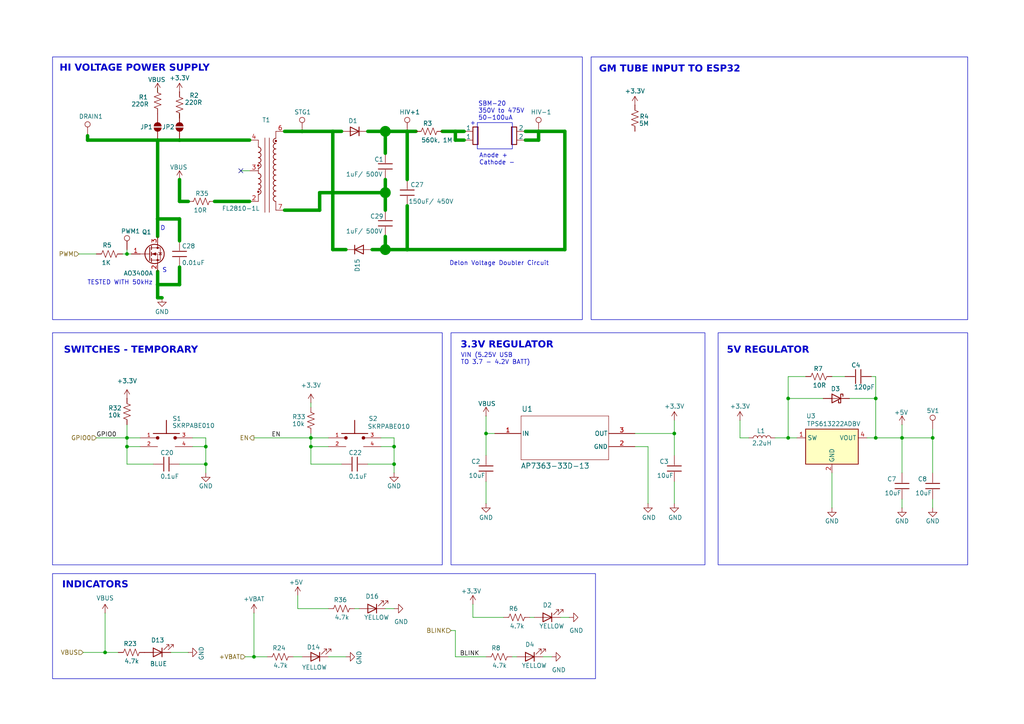
<source format=kicad_sch>
(kicad_sch (version 20231120) (generator "eeschema") (generator_version "8.0")
  (paper "A4")
  (lib_symbols
    (symbol "AP7363_33D_13:AP7363-33D-13" (pin_names (offset 0.254))
      (property "Reference" "U" (at 23.368 9.144 0))
      (property "Value" "AP7363-33D-13" (at 32.766 6.604 0))
      (symbol "AP7363-33D-13_0_1"
        (pin input line (at 15.24 0 0) (length 7.62) (name "IN") (number "1"))
        (pin power_in line (at 55.88 -3.81 180) (length 7.62) (name "GND") (number "2"))
        (pin output line (at 55.88 0 180) (length 7.62) (name "OUT") (number "3"))
      )
    )
    (symbol "C_1" (pin_numbers hide) (pin_names (offset 0.254))
      (property "Reference" "C" (at 0.635 2.54 0))
      (property "Value" "C" (at 0.635 -2.54 0))
      (symbol "C_1_1_1"
        (pin passive line (at 0 3.81 270) (length 2.794) (name "~") (number "1"))
        (pin passive line (at 0 -3.81 90) (length 2.794) (name "~") (number "2"))
      )
    )
    (symbol "Connector:TestPoint" (pin_numbers hide) (pin_names (offset 0.762) hide)
      (property "Reference" "TP" (at 0 6.858 0))
      (property "Value" "TestPoint" (at 0 5.08 0))
      (symbol "TestPoint_1_1"
        (pin passive line (at 0 0 90) (length 2.54) (name "1") (number "1"))
      )
    )
    (symbol "Device:C" (pin_numbers hide) (pin_names (offset 0.254))
      (property "Reference" "C" (at 0.635 2.54 0))
      (property "Value" "C" (at 0.635 -2.54 0))
      (symbol "C_1_1"
        (pin passive line (at 0 3.81 270) (length 2.794) (name "~") (number "1"))
        (pin passive line (at 0 -3.81 90) (length 2.794) (name "~") (number "2"))
      )
    )
    (symbol "Device:D" (pin_numbers hide) (pin_names (offset 1.016) hide)
      (property "Reference" "D" (at 0 2.54 0))
      (property "Value" "D" (at 0 -2.54 0))
      (symbol "D_1_1"
        (pin passive line (at -3.81 0 0) (length 2.54) (name "K") (number "1"))
        (pin passive line (at 3.81 0 180) (length 2.54) (name "A") (number "2"))
      )
    )
    (symbol "Device:D_Schottky" (pin_numbers hide) (pin_names (offset 1.016) hide)
      (property "Reference" "D" (at 0 2.54 0))
      (property "Value" "D_Schottky" (at 0 -2.54 0))
      (symbol "D_Schottky_1_1"
        (pin passive line (at -3.81 0 0) (length 2.54) (name "K") (number "1"))
        (pin passive line (at 3.81 0 180) (length 2.54) (name "A") (number "2"))
      )
    )
    (symbol "Device:Fuse Clip" (pin_numbers hide) (pin_names (offset 0))
      (property "Reference" "F" (at -0.254 5.588 0))
      (property "Value" "Clip" (at 0.762 3.81 0))
      (symbol "Fuse Clip_1_1"
        (pin input line (at -3.81 -1.27 0) (length 2.54) (name "1") (number "1"))
        (pin input line (at -3.81 1.27 0) (length 2.54) (name "1") (number "1"))
        (pin input line (at 13.97 -1.27 180) (length 2.54) (name "2") (number "2"))
        (pin input line (at 13.97 1.27 180) (length 2.54) (name "2") (number "2"))
      )
    )
    (symbol "Device:L" (pin_numbers hide) (pin_names (offset 1.016) hide)
      (property "Reference" "L" (at -1.27 0 90))
      (property "Value" "L" (at 1.905 0 90))
      (symbol "L_1_1"
        (pin passive line (at 0 3.81 270) (length 1.27) (name "1") (number "1"))
        (pin passive line (at 0 -3.81 90) (length 1.27) (name "2") (number "2"))
      )
    )
    (symbol "Device:LED" (pin_numbers hide) (pin_names (offset 1.016) hide)
      (property "Reference" "D" (at 0 2.54 0))
      (property "Value" "LED" (at 0 -2.54 0))
      (symbol "LED_1_1"
        (pin passive line (at -3.81 0 0) (length 2.54) (name "K") (number "1"))
        (pin passive line (at 3.81 0 180) (length 2.54) (name "A") (number "2"))
      )
    )
    (symbol "Device:R_US" (pin_numbers hide) (pin_names (offset 0))
      (property "Reference" "R" (at 2.54 0 90))
      (property "Value" "R_US" (at -2.54 0 90))
      (symbol "R_US_1_1"
        (pin passive line (at 0 3.81 270) (length 1.27) (name "~") (number "1"))
        (pin passive line (at 0 -3.81 90) (length 1.27) (name "~") (number "2"))
      )
    )
    (symbol "Jumper:SolderJumper_2_Open" (pin_numbers hide) (pin_names (offset 0) hide) (exclude_from_sim yes) (in_bom no)
      (property "Reference" "JP" (at 0 2.032 0))
      (property "Value" "SolderJumper_2_Open" (at 0 -2.54 0))
      (symbol "SolderJumper_2_Open_1_1"
        (pin passive line (at -3.81 0 0) (length 2.54) (name "A") (number "1"))
        (pin passive line (at 3.81 0 180) (length 2.54) (name "B") (number "2"))
      )
    )
    (symbol "Regulator_Switching:TPS613222ADBV"
      (property "Reference" "U" (at -7.62 6.35 0))
      (property "Value" "TPS613222ADBV" (at -10.16 -6.858 0))
      (symbol "TPS613222ADBV_1_1"
        (pin passive line (at -10.16 2.54 0) (length 2.54) (name "SW") (number "1"))
        (pin power_in line (at 0 -7.62 90) (length 2.54) (name "GND") (number "2"))
        (pin no_connect line (at -7.62 -2.54 0) (length 2.54) hide (name "NC") (number "3"))
        (pin power_out line (at 10.16 2.54 180) (length 2.54) (name "VOUT") (number "4"))
        (pin no_connect line (at 7.62 -2.54 180) (length 2.54) hide (name "NC") (number "5"))
      )
    )
    (symbol "SKRPABE010:SKRPABE010" (pin_names (offset 1.016))
      (property "Reference" "S" (at -5.08 6.35 0))
      (property "Value" "SKRPABE010" (at -5.08 -5.08 0))
      (symbol "SKRPABE010_0_0"
        (pin passive line (at 7.62 0 180) (length 5.08) (name "~") (number "3"))
      )
      (symbol "SKRPABE010_1_0"
        (pin passive line (at -7.62 0 0) (length 5.08) (name "~") (number "1"))
        (pin passive line (at -7.62 -2.54 0) (length 5.08) (name "~") (number "2"))
        (pin passive line (at 7.62 -2.54 180) (length 5.08) (name "~") (number "4"))
      )
    )
    (symbol "SKRPABE010_1" (pin_names (offset 1.016))
      (property "Reference" "S" (at -5.08 6.35 0))
      (property "Value" "SKRPABE010" (at -5.08 -5.08 0))
      (symbol "SKRPABE010_1_0_0"
        (pin passive line (at 7.62 0 180) (length 5.08) (name "~") (number "3"))
      )
      (symbol "SKRPABE010_1_1_0"
        (pin passive line (at -7.62 0 0) (length 5.08) (name "~") (number "1"))
        (pin passive line (at -7.62 -2.54 0) (length 5.08) (name "~") (number "2"))
        (pin passive line (at 7.62 -2.54 180) (length 5.08) (name "~") (number "4"))
      )
    )
    (symbol "TPS2115APWR:TPS2115APWR" (pin_names (offset 0.254))
      (property "Reference" "U" (at 8.636 6.858 0))
      (property "Value" "TPS2115APWR" (at 15.748 -14.986 0))
      (symbol "TPS2115APWR_0_1"
        (pin output line (at 40.64 2.54 180) (length 7.62) (name "STAT") (number "1"))
        (pin input line (at 0 -5.08 0) (length 7.62) (name "D0") (number "2"))
        (pin input line (at 40.64 -1.27 180) (length 7.62) (name "D1") (number "3"))
        (pin input line (at 0 -8.89 0) (length 7.62) (name "ILIM") (number "4"))
        (pin power_in line (at 40.64 -8.89 180) (length 7.62) (name "GND") (number "5"))
      )
      (symbol "TPS2115APWR_1_1"
        (pin power_in line (at 0 -1.27 0) (length 7.62) (name "IN2") (number "6"))
        (pin power_out line (at 40.64 -5.08 180) (length 7.62) (name "OUT") (number "7"))
        (pin power_in line (at 0 2.54 0) (length 7.62) (name "IN1") (number "8"))
      )
    )
    (symbol "Transformer:FL2810-1L_Coilcraft"
      (property "Reference" "T" (at -6.858 18.542 0))
      (property "Value" "FL2810-1L" (at -6.858 16.002 0))
      (symbol "FL2810-1L_Coilcraft_1_1"
        (pin no_connect line (at -20.32 3.81 0) (length 2.54) hide (name "1") (number "1"))
        (pin power_in line (at -5.08 -8.89 0) (length 2.54) (name "~") (number "2"))
        (pin passive line (at -5.08 0 0) (length 2.54) (name "~") (number "3"))
        (pin passive line (at -5.08 8.89 0) (length 2.54) (name "~") (number "4"))
        (pin no_connect line (at -20.32 1.27 0) (length 2.54) hide (name "5") (number "5"))
        (pin power_out line (at 5.08 11.43 180) (length 2.54) (name "~") (number "6"))
        (pin power_in line (at 5.08 -11.43 180) (length 2.54) (name "~") (number "7"))
        (pin no_connect line (at -20.32 -1.27 0) (length 2.54) hide (name "8") (number "8"))
        (pin no_connect line (at -20.32 -3.81 0) (length 2.54) hide (name "9") (number "9"))
      )
    )
    (symbol "Transistor_FET:AO3400A" (pin_names hide)
      (property "Reference" "Q" (at 5.08 1.905 0))
      (property "Value" "AO3400A" (at 5.08 0 0))
      (symbol "AO3400A_1_1"
        (pin input line (at -5.08 0 0) (length 2.54) (name "G") (number "1"))
        (pin passive line (at 2.54 -5.08 90) (length 2.54) (name "S") (number "2"))
        (pin passive line (at 2.54 5.08 270) (length 2.54) (name "D") (number "3"))
      )
    )
    (symbol "power:+3.3V" (power) (pin_numbers hide) (pin_names (offset 0) hide)
      (property "Value" "+3.3V" (at 0 3.556 0))
      (symbol "+3.3V_1_1"
        (pin power_in line (at 0 0 90) (length 0) (name "~") (number "1"))
      )
    )
    (symbol "power:+5V" (power) (pin_numbers hide) (pin_names (offset 0) hide)
      (property "Value" "+5V" (at 0 3.556 0))
      (symbol "+5V_1_1"
        (pin power_in line (at 0 0 90) (length 0) (name "~") (number "1"))
      )
    )
    (symbol "power:GND" (power) (pin_numbers hide) (pin_names (offset 0) hide)
      (property "Value" "GND" (at 0 -3.81 0))
      (symbol "GND_1_1"
        (pin power_in line (at 0 0 270) (length 0) (name "~") (number "1"))
      )
    )
    (symbol "power:VBUS" (power) (pin_numbers hide) (pin_names (offset 0) hide)
      (property "Value" "VBUS" (at 0 3.556 0))
      (symbol "VBUS_1_1"
        (pin power_in line (at 0 0 90) (length 0) (name "~") (number "1"))
      )
    )
  )
  (junction (at 429.26 184.15))
  (junction (at 59.69 134.62))
  (junction (at 36.83 129.54))
  (junction (at 156.21 38.1))
  (junction (at 318.77 107.95))
  (junction (at 228.6 127))
  (junction (at 328.93 104.14))
  (junction (at 90.17 129.54))
  (junction (at 30.48 189.23))
  (junction (at 45.72 40.64))
  (junction (at 321.31 104.14))
  (junction (at 114.3 134.62))
  (junction (at 270.51 127))
  (junction (at 118.11 38.1))
  (junction (at 261.62 127))
  (junction (at 118.11 72.39))
  (junction (at 140.97 125.73))
  (junction (at 254 115.57))
  (junction (at 111.76 55.88) (diameter 3))
  (junction (at 45.72 63.5))
  (junction (at 375.92 104.14))
  (junction (at 36.83 127))
  (junction (at 132.08 38.1))
  (junction (at 111.76 72.39) (diameter 3))
  (junction (at 87.63 38.1))
  (junction (at 228.6 115.57))
  (junction (at 90.17 127))
  (junction (at 195.58 125.73))
  (junction (at 114.3 129.54))
  (junction (at 111.76 38.1) (diameter 3))
  (junction (at 59.69 129.54))
  (junction (at 45.72 82.55))
  (junction (at 429.26 179.07))
  (junction (at 36.83 73.66))
  (junction (at 73.66 190.5))
  (junction (at 96.52 38.1))
  (junction (at 405.13 179.07))
  (junction (at 254 127))
  (junction (at 52.07 40.64))
  (junction (at 405.13 176.53))
  (no_connect (at 374.65 107.95))
  (no_connect (at 69.85 49.53))
  (wire (pts (xy 162.56 179.07) (xy 165.1 179.07)))
  (wire (pts (xy 429.26 184.15) (xy 429.26 186.69)))
  (wire (pts (xy 52.07 52.07) (xy 52.07 58.42)) (stroke (width 1)))
  (wire (pts (xy 429.26 179.07) (xy 429.26 184.15)))
  (wire (pts (xy 69.85 49.53) (xy 72.39 49.53)))
  (wire (pts (xy 36.83 127) (xy 36.83 129.54)))
  (polyline (pts (xy 15.24 96.52) (xy 128.27 96.52)))
  (wire (pts (xy 45.72 25.4) (xy 45.72 26.67)))
  (wire (pts (xy 36.83 72.39) (xy 36.83 73.66)))
  (wire (pts (xy 45.72 78.74) (xy 45.72 82.55)) (stroke (width 1)))
  (wire (pts (xy 55.88 129.54) (xy 59.69 129.54)))
  (wire (pts (xy 96.52 38.1) (xy 96.52 72.39)) (stroke (width 1)))
  (wire (pts (xy 405.13 173.99) (xy 405.13 176.53)))
  (wire (pts (xy 184.15 125.73) (xy 195.58 125.73)))
  (wire (pts (xy 52.07 40.64) (xy 49.53 40.64)))
  (wire (pts (xy 152.4 40.64) (xy 156.21 40.64)) (stroke (width 1)))
  (wire (pts (xy 36.83 129.54) (xy 36.83 134.62)))
  (wire (pts (xy 153.67 179.07) (xy 154.94 179.07)))
  (wire (pts (xy 328.93 104.14) (xy 334.01 104.14)))
  (wire (pts (xy 111.76 68.58) (xy 111.76 72.39)) (stroke (width 1)))
  (wire (pts (xy 52.07 63.5) (xy 45.72 63.5)) (stroke (width 1)))
  (wire (pts (xy 254 127) (xy 261.62 127)))
  (wire (pts (xy 114.3 127) (xy 110.49 127)))
  (wire (pts (xy 414.02 184.15) (xy 405.13 184.15)))
  (wire (pts (xy 36.83 73.66) (xy 38.1 73.66)))
  (wire (pts (xy 388.62 176.53) (xy 405.13 176.53)))
  (wire (pts (xy 114.3 129.54) (xy 114.3 134.62)))
  (wire (pts (xy 90.17 127) (xy 90.17 129.54)))
  (wire (pts (xy 86.36 172.72) (xy 86.36 176.53)))
  (wire (pts (xy 111.76 55.88) (xy 111.76 60.96)) (stroke (width 1)))
  (wire (pts (xy 52.07 63.5) (xy 52.07 69.85)) (stroke (width 1)))
  (wire (pts (xy 118.11 72.39) (xy 163.83 72.39)) (stroke (width 1)))
  (wire (pts (xy 92.71 55.88) (xy 111.76 55.88)) (stroke (width 1)))
  (wire (pts (xy 59.69 129.54) (xy 59.69 134.62)))
  (wire (pts (xy 252.73 109.22) (xy 254 109.22)))
  (wire (pts (xy 140.97 120.65) (xy 140.97 125.73)))
  (wire (pts (xy 59.69 134.62) (xy 59.69 137.16)))
  (wire (pts (xy 24.13 189.23) (xy 30.48 189.23)))
  (wire (pts (xy 421.64 184.15) (xy 429.26 184.15)))
  (wire (pts (xy 36.83 123.19) (xy 36.83 127)))
  (wire (pts (xy 90.17 125.73) (xy 90.17 127)))
  (wire (pts (xy 45.72 40.64) (xy 45.72 63.5)) (stroke (width 1)))
  (wire (pts (xy 246.38 115.57) (xy 254 115.57)))
  (wire (pts (xy 111.76 44.45) (xy 111.76 38.1)) (stroke (width 1)))
  (wire (pts (xy 111.76 38.1) (xy 118.11 38.1)) (stroke (width 1)))
  (wire (pts (xy 128.27 38.1) (xy 132.08 38.1)) (stroke (width 1)))
  (wire (pts (xy 405.13 176.53) (xy 410.21 176.53)))
  (wire (pts (xy 374.65 104.14) (xy 375.92 104.14)))
  (wire (pts (xy 137.16 179.07) (xy 146.05 179.07)))
  (wire (pts (xy 241.3 109.22) (xy 245.11 109.22)))
  (wire (pts (xy 73.66 177.8) (xy 73.66 190.5)))
  (wire (pts (xy 90.17 134.62) (xy 90.17 129.54)))
  (wire (pts (xy 375.92 115.57) (xy 375.92 128.27)))
  (wire (pts (xy 25.4 40.64) (xy 45.72 40.64)) (stroke (width 1)))
  (wire (pts (xy 261.62 127) (xy 270.51 127)))
  (wire (pts (xy 96.52 38.1) (xy 99.06 38.1)) (stroke (width 1)))
  (wire (pts (xy 132.08 40.64) (xy 132.08 38.1)) (stroke (width 1)))
  (wire (pts (xy 318.77 111.76) (xy 318.77 107.95)))
  (wire (pts (xy 332.74 115.57) (xy 332.74 118.11)))
  (wire (pts (xy 261.62 127) (xy 261.62 123.19)))
  (wire (pts (xy 134.62 40.64) (xy 132.08 40.64)) (stroke (width 1)))
  (wire (pts (xy 106.68 134.62) (xy 114.3 134.62)))
  (wire (pts (xy 195.58 125.73) (xy 195.58 132.08)))
  (wire (pts (xy 405.13 184.15) (xy 405.13 179.07)))
  (wire (pts (xy 90.17 129.54) (xy 95.25 129.54)))
  (wire (pts (xy 332.74 115.57) (xy 334.01 115.57)))
  (wire (pts (xy 87.63 38.1) (xy 96.52 38.1)) (stroke (width 1)))
  (wire (pts (xy 82.55 38.1) (xy 87.63 38.1)) (stroke (width 1)))
  (wire (pts (xy 132.08 38.1) (xy 134.62 38.1)) (stroke (width 1)))
  (wire (pts (xy 55.88 127) (xy 59.69 127)))
  (polyline (pts (xy 128.27 163.83) (xy 128.27 96.52)))
  (wire (pts (xy 140.97 125.73) (xy 140.97 132.08)))
  (polyline (pts (xy 15.24 96.52) (xy 15.24 163.83)))
  (wire (pts (xy 312.42 107.95) (xy 318.77 107.95)))
  (wire (pts (xy 251.46 127) (xy 254 127)))
  (wire (pts (xy 312.42 104.14) (xy 321.31 104.14)))
  (wire (pts (xy 36.83 127) (xy 40.64 127)))
  (wire (pts (xy 228.6 109.22) (xy 228.6 115.57)))
  (wire (pts (xy 228.6 115.57) (xy 238.76 115.57)))
  (wire (pts (xy 254 115.57) (xy 254 127)))
  (wire (pts (xy 45.72 82.55) (xy 45.72 86.36)) (stroke (width 1)))
  (wire (pts (xy 52.07 33.02) (xy 52.07 34.29)))
  (wire (pts (xy 22.86 73.66) (xy 27.94 73.66)))
  (wire (pts (xy 92.71 60.96) (xy 82.55 60.96)) (stroke (width 1)))
  (wire (pts (xy 87.63 38.1) (xy 83.82 38.1)))
  (wire (pts (xy 195.58 121.92) (xy 195.58 125.73)))
  (wire (pts (xy 118.11 38.1) (xy 118.11 52.07)) (stroke (width 1)))
  (wire (pts (xy 36.83 134.62) (xy 44.45 134.62)))
  (wire (pts (xy 110.49 129.54) (xy 114.3 129.54)))
  (wire (pts (xy 313.69 111.76) (xy 318.77 111.76)))
  (wire (pts (xy 49.53 189.23) (xy 54.61 189.23)))
  (wire (pts (xy 318.77 107.95) (xy 334.01 107.95)))
  (wire (pts (xy 45.72 40.64) (xy 52.07 40.64)) (stroke (width 1)))
  (wire (pts (xy 429.26 176.53) (xy 425.45 176.53)))
  (wire (pts (xy 187.96 129.54) (xy 187.96 146.05)))
  (wire (pts (xy 405.13 179.07) (xy 410.21 179.07)))
  (wire (pts (xy 321.31 104.14) (xy 321.31 114.3)))
  (wire (pts (xy 99.06 134.62) (xy 90.17 134.62)))
  (wire (pts (xy 270.51 124.46) (xy 270.51 127)))
  (wire (pts (xy 163.83 38.1) (xy 163.83 72.39)) (stroke (width 1)))
  (wire (pts (xy 132.08 182.88) (xy 130.81 182.88)))
  (wire (pts (xy 132.08 190.5) (xy 140.97 190.5)))
  (wire (pts (xy 156.21 40.64) (xy 156.21 38.1)) (stroke (width 1)))
  (wire (pts (xy 73.66 190.5) (xy 77.47 190.5)))
  (wire (pts (xy 313.69 121.92) (xy 313.69 128.27)))
  (wire (pts (xy 30.48 189.23) (xy 34.29 189.23)))
  (wire (pts (xy 25.4 40.64) (xy 25.4 39.37)) (stroke (width 1)))
  (wire (pts (xy 52.07 134.62) (xy 59.69 134.62)))
  (wire (pts (xy 100.33 72.39) (xy 96.52 72.39)) (stroke (width 1)))
  (wire (pts (xy 36.83 129.54) (xy 40.64 129.54)))
  (wire (pts (xy 148.59 190.5) (xy 149.86 190.5)))
  (wire (pts (xy 114.3 134.62) (xy 114.3 137.16)))
  (wire (pts (xy 45.72 40.64) (xy 43.18 40.64)))
  (wire (pts (xy 326.39 111.76) (xy 334.01 111.76)))
  (wire (pts (xy 106.68 38.1) (xy 111.76 38.1)) (stroke (width 1)))
  (wire (pts (xy 405.13 176.53) (xy 405.13 179.07)))
  (wire (pts (xy 30.48 177.8) (xy 30.48 189.23)))
  (wire (pts (xy 137.16 175.26) (xy 137.16 179.07)))
  (wire (pts (xy 27.94 127) (xy 36.83 127)))
  (wire (pts (xy 52.07 77.47) (xy 52.07 82.55)) (stroke (width 1)))
  (wire (pts (xy 261.62 127) (xy 261.62 137.16)))
  (wire (pts (xy 132.08 182.88) (xy 132.08 190.5)))
  (wire (pts (xy 374.65 111.76) (xy 388.62 111.76)))
  (wire (pts (xy 140.97 125.73) (xy 143.51 125.73)))
  (wire (pts (xy 59.69 127) (xy 59.69 129.54)))
  (wire (pts (xy 111.76 72.39) (xy 107.95 72.39)) (stroke (width 1)))
  (wire (pts (xy 102.87 176.53) (xy 104.14 176.53)))
  (wire (pts (xy 425.45 179.07) (xy 429.26 179.07)))
  (wire (pts (xy 429.26 179.07) (xy 429.26 176.53)))
  (wire (pts (xy 241.3 137.16) (xy 241.3 147.32)))
  (wire (pts (xy 118.11 38.1) (xy 120.65 38.1)) (stroke (width 1)))
  (wire (pts (xy 228.6 115.57) (xy 228.6 127)))
  (wire (pts (xy 214.63 121.92) (xy 214.63 127)))
  (wire (pts (xy 374.65 115.57) (xy 375.92 115.57)))
  (wire (pts (xy 156.21 38.1) (xy 163.83 38.1)) (stroke (width 1)))
  (wire (pts (xy 62.23 58.42) (xy 72.39 58.42)) (stroke (width 1)))
  (wire (pts (xy 321.31 121.92) (xy 321.31 128.27)))
  (wire (pts (xy 254 109.22) (xy 254 115.57)))
  (wire (pts (xy 140.97 139.7) (xy 140.97 146.05)))
  (wire (pts (xy 52.07 82.55) (xy 45.72 82.55)) (stroke (width 1)))
  (wire (pts (xy 114.3 129.54) (xy 114.3 127)))
  (wire (pts (xy 111.76 72.39) (xy 118.11 72.39)) (stroke (width 1)))
  (wire (pts (xy 184.15 129.54) (xy 187.96 129.54)))
  (wire (pts (xy 90.17 116.84) (xy 90.17 118.11)))
  (wire (pts (xy 270.51 127) (xy 270.51 137.16)))
  (wire (pts (xy 111.76 176.53) (xy 114.3 176.53)))
  (wire (pts (xy 118.11 59.69) (xy 118.11 72.39)) (stroke (width 1)))
  (wire (pts (xy 326.39 128.27) (xy 326.39 111.76)))
  (wire (pts (xy 228.6 127) (xy 231.14 127)))
  (wire (pts (xy 261.62 144.78) (xy 261.62 147.32)))
  (wire (pts (xy 195.58 139.7) (xy 195.58 146.05)))
  (wire (pts (xy 85.09 190.5) (xy 87.63 190.5)))
  (wire (pts (xy 86.36 176.53) (xy 95.25 176.53)))
  (wire (pts (xy 71.12 190.5) (xy 73.66 190.5)))
  (wire (pts (xy 111.76 52.07) (xy 111.76 55.88)) (stroke (width 1)))
  (wire (pts (xy 228.6 109.22) (xy 233.68 109.22)))
  (wire (pts (xy 321.31 104.14) (xy 328.93 104.14)))
  (wire (pts (xy 270.51 144.78) (xy 270.51 147.32)))
  (wire (pts (xy 95.25 190.5) (xy 100.33 190.5)))
  (polyline (pts (xy 15.24 163.83) (xy 128.27 163.83)))
  (wire (pts (xy 313.69 114.3) (xy 313.69 111.76)))
  (wire (pts (xy 224.79 127) (xy 228.6 127)))
  (wire (pts (xy 375.92 104.14) (xy 387.35 104.14)))
  (wire (pts (xy 52.07 40.64) (xy 72.39 40.64)) (stroke (width 1)))
  (wire (pts (xy 92.71 55.88) (xy 92.71 60.96)) (stroke (width 1)))
  (wire (pts (xy 45.72 86.36) (xy 46.99 86.36)) (stroke (width 1)))
  (wire (pts (xy 157.48 190.5) (xy 160.02 190.5)))
  (wire (pts (xy 152.4 38.1) (xy 156.21 38.1)) (stroke (width 1)))
  (wire (pts (xy 45.72 63.5) (xy 45.72 68.58)) (stroke (width 1)))
  (wire (pts (xy 52.07 58.42) (xy 54.61 58.42)) (stroke (width 1)))
  (wire (pts (xy 214.63 127) (xy 217.17 127)))
  (wire (pts (xy 73.66 127) (xy 90.17 127)))
  (wire (pts (xy 90.17 127) (xy 95.25 127)))
  (wire (pts (xy 35.56 73.66) (xy 36.83 73.66)))
  (wire (pts (xy 332.74 125.73) (xy 332.74 128.27)))
  (rectangle (start 303.53 81.28) (end 416.56 157.48))
  (rectangle (start 15.24 166.37) (end 172.72 196.85))
  (rectangle (start 138.43 35.56) (end 148.59 43.18))
  (rectangle (start 15.24 16.51) (end 168.91 92.71))
  (rectangle (start 208.28 96.52) (end 280.67 163.83))
  (rectangle (start 171.45 16.51) (end 280.67 92.71))
  (rectangle (start 130.81 96.52) (end 204.47 163.83))
  (rectangle (start 301.752 32.512) (end 365.252 48.768))
  (text "5V REGULATOR" (at 210.82 103.378 0) (effects (font (size 2 2) (thickness 0.4064) (bold yes)) (justify left bottom)))
  (text "D1 has internal 1uA pullup, so D1 = 1.\n" (at 376.428 108.204 0) (effects (font (size 1.27 1.27)) (justify left)))
  (text "GM TUBE INPUT TO ESP32" (at 173.736 21.844 0) (effects (font (size 2 2) (thickness 0.4064) (bold yes)) (justify left bottom)))
  (text "INPUT VOLTAGE MUX (BATTERY/ USB) " (at 306.832 87.63 0) (effects (font (size 2 2) (thickness 0.4064) (bold yes)) (justify left bottom)))
  (text "INDICATORS" (at 18.034 171.45 0) (effects (font (size 2 2) (thickness 0.4064) (bold yes)) (justify left bottom)))
  (text "+" (at 137.16 35.814 0) (effects (font (size 1.27 1.27))))
  (text "HI VOLTAGE POWER SUPPLY" (at 17.272 21.59 0) (effects (font (size 2 2) (thickness 0.4064) (bold yes)) (justify left bottom)))
  (text "TESTED WITH 50kHz" (at 34.798 82.042 0) (effects (font (size 1.27 1.27))))
  (text "S" (at 47.752 78.486 0) (effects (font (size 1.27 1.27))))
  (text "Delon Voltage Doubler Circuit" (at 144.78 76.454 0) (effects (font (size 1.27 1.27))))
  (text "From SBM-20 datasheet\n-Typical current per pulse: ~100 µA.\n-Plateau slope: ~0.1% per volt (small deviations mean the \nresistor can adjust the voltage across the tube effectively).\n-Power Dissipation: The resistor must handle the continuous\ncurrent and occasional pulses:\nP=I^2⋅R\n" (at 303.53 40.64 0) (effects (font (size 1.27 1.27)) (justify left)))
  (text "R4 limits current to 0.71A\n500/ RLim" (at 341.122 126.238 0) (effects (font (size 1.27 1.27)) (justify left)))
  (text "VIN (5.25V USB \nTO 3.7 - 4.2V BATT)" (at 133.604 104.14 0) (effects (font (size 1.27 1.27)) (justify left)))
  (text "3.3V REGULATOR" (at 133.604 101.854 0) (effects (font (size 2 2) (thickness 0.4064) (bold yes)) (justify left bottom)))
  (text "VHIGH CONNECTS TO \nTHE HIGHER OF IN1 OR IN2" (at 378.714 114.808 0) (effects (font (size 1.27 1.27)) (justify left)))
  (text "SWITCHES - TEMPORARY" (at 18.542 103.378 0) (effects (font (size 2 2) (thickness 1.016) (bold yes)) (justify left bottom)))
  (text "Anode +\nCathode -" (at 138.938 46.228 0) (effects (font (size 1.27 1.27)) (justify left)))
  (text "VBAT: 3.7V - 4.2V\nVBUS: 5.2V" (at 312.928 92.964 0) (effects (font (size 1.27 1.27)) (justify left)))
  (text "SBM-20\n350V to 475V\n50-100uA" (at 138.684 32.258 0) (effects (font (size 1.27 1.27)) (justify left)))
  (text "D" (at 47.244 66.294 0) (effects (font (size 1.27 1.27))))
  (label "+VBAT" (at 312.42 107.95 0))
  (label "GPIO0" (at 27.94 127 0))
  (label "BLINK" (at 133.35 190.5 0))
  (label "VBUS" (at 312.42 104.14 0))
  (label "VSTAT" (at 378.46 104.14 0))
  (label "EN" (at 78.74 127 0))
  (label "GPIO46" (at 393.7 176.53 0))
  (label "VHIGH" (at 378.46 111.76 0))
  (hierarchical_label "+VBAT" (shape input) (at 71.12 190.5 180))
  (hierarchical_label "VBUS" (shape input) (at 312.42 104.14 180))
  (hierarchical_label "GPIO46" (shape output) (at 388.62 176.53 180))
  (hierarchical_label "PWM" (shape input) (at 22.86 73.66 180))
  (hierarchical_label "GPIO0" (shape input) (at 27.94 127 180))
  (hierarchical_label "BLINK" (shape input) (at 130.81 182.88 180))
  (hierarchical_label "+VBAT" (shape input) (at 312.42 107.95 180))
  (hierarchical_label "EN" (shape output) (at 73.66 127 180))
  (hierarchical_label "VBUS" (shape input) (at 24.13 189.23 180))
  (hierarchical_label "VSTAT" (shape input) (at 387.35 104.14 0))
  (symbol (lib_id "Device:C") (at 111.76 64.77 180) (unit 1)
    (property "Reference" "C29" (at 111.252 62.738 0) (effects (justify left)))
    (property "Value" "1uF/ 500V" (at 110.998 67.056 0) (effects (justify left)))
    (property "Footprint" "Capacitor_SMD:C_2220_5750Metric" (effects (hide yes)))
    (property "Description" "Polarized capacitor" (effects (hide yes)))
    (property "MPN" "ECW-FD2J105K" (effects (hide yes)))
  )
  (symbol (lib_id "Device:C") (at 52.07 73.66 180) (unit 1)
    (property "Reference" "C28" (at 56.642 71.374 0) (effects (justify left)))
    (property "Value" "0.01uF" (at 59.436 76.2 0) (effects (justify left)))
    (property "Footprint" "Capacitor_SMD:C_0805_2012Metric" (effects (hide yes)))
    (property "Description" "Unpolarized capacitor" (effects (hide yes)))
    (property "MPN" "C0805C103K5RACTU" (effects (hide yes)))
  )
  (symbol (lib_id "power:GND") (at 54.61 189.23 90) (unit 1)
    (property "Reference" "#PWR038" (effects (hide yes)))
    (property "Value" "GND" (at 58.42 187.452 0) (effects (justify right)))
  )
  (symbol (lib_name "C_1") (lib_id "Device:C") (at 102.87 134.62 270) (unit 1)
    (property "Reference" "C22" (at 101.092 131.318 90) (effects (justify left)))
    (property "Value" "0.1uF" (at 101.092 138.176 90) (effects (justify left)))
    (property "Footprint" "Capacitor_SMD:C_0805_2012Metric" (effects (hide yes)))
    (property "Datasheet" "https://www.digikey.com/en/products/detail/yageo/CC0805KRX7R9BB104/302874" (effects (hide yes)))
    (property "Description" "Unpolarized capacitor" (effects (hide yes)))
    (property "MPN" "CC0805KRX7R9BB104" (effects (hide yes)))
  )
  (symbol (lib_id "Device:R_US") (at 31.75 73.66 270) (unit 1)
    (property "Reference" "R5" (at 29.718 71.12 90) (effects (justify left)))
    (property "Value" "1K" (at 29.464 76.2 90) (effects (justify left)))
    (property "Footprint" "Resistor_SMD:R_0805_2012Metric" (effects (hide yes)))
    (property "Description" "Resistor, US symbol" (effects (hide yes)))
    (property "MPN" "RNCP0805FTD1K00" (effects (hide yes)))
  )
  (symbol (lib_id "power:GND") (at 332.74 128.27 0) (unit 1)
    (property "Reference" "#PWR08" (effects (hide yes)))
    (property "Value" "GND" (at 332.74 132.08 0))
  )
  (symbol (lib_id "Device:C") (at 118.11 55.88 180) (unit 1)
    (property "Reference" "C27" (at 122.936 53.594 0) (effects (justify left)))
    (property "Value" "150uF/ 450V" (at 131.572 58.42 0) (effects (justify left)))
    (property "Footprint" "Capacitor_THT:CP_Radial_D18.0mm_P7.50mm" (effects (hide yes)))
    (property "Description" "Polarized capacitor" (effects (hide yes)))
    (property "MPN" "UCP2W151MHD" (effects (hide yes)))
  )
  (symbol (lib_id "power:+3.3V") (at 184.15 30.48 0) (unit 1)
    (property "Reference" "#PWR015" (effects (hide yes)))
    (property "Value" "+3.3V" (at 184.15 26.416 0))
    (property "Description" "Power symbol creates a global label with name \"+3.3V\"" (effects (hide yes)))
  )
  (symbol (lib_id "power:GND") (at 187.96 146.05 0) (unit 1)
    (property "Reference" "#PWR02" (effects (hide yes)))
    (property "Value" "GND" (at 188.214 150.114 0))
  )
  (symbol (lib_id "power:+3.3V") (at 90.17 116.84 0) (unit 1)
    (property "Reference" "#PWR063" (effects (hide yes)))
    (property "Value" "+3.3V" (at 90.17 111.76 0))
    (property "Description" "Power symbol creates a global label with name \"+3.3V\"" (effects (hide yes)))
  )
  (symbol (lib_id "power:GND") (at 59.69 137.16 0) (unit 1)
    (property "Reference" "#PWR064" (effects (hide yes)))
    (property "Value" "GND" (at 59.69 140.97 0))
  )
  (symbol (lib_id "Device:R_US") (at 124.46 38.1 270) (unit 1)
    (property "Reference" "R3" (at 122.682 35.814 90) (effects (justify left)))
    (property "Value" "560k, 1M" (at 122.174 40.64 90) (effects (justify left)))
    (property "Footprint" "Resistor_SMD:R_2512_6332Metric" (effects (hide yes)))
    (property "Description" "Resistor, US symbol" (effects (hide yes)))
    (property "MPN" "CRGP2512F560K" (effects (hide yes)))
    (property "ALT MPN" "CRGP2512F1M0 " (effects (hide yes)))
  )
  (symbol (lib_id "Device:R_US") (at 58.42 58.42 270) (unit 1)
    (property "Reference" "R35" (at 56.642 56.134 90) (effects (justify left)))
    (property "Value" "10R" (at 56.134 60.96 90) (effects (justify left)))
    (property "Footprint" "Resistor_SMD:R_2512_6332Metric" (effects (hide yes)))
    (property "Description" "Resistor, US symbol" (effects (hide yes)))
    (property "MPN" "352210RJT" (effects (hide yes)))
  )
  (symbol (lib_id "Device:R_US") (at 90.17 121.92 180) (unit 1)
    (property "Reference" "R33" (at 88.646 120.904 0) (effects (justify left)))
    (property "Value" "10k" (at 88.392 122.936 0) (effects (justify left)))
    (property "Footprint" "Resistor_SMD:R_0805_2012Metric" (effects (hide yes)))
    (property "Description" "Resistor, US symbol" (effects (hide yes)))
    (property "MPN" "RMCF0805FT10K0" (effects (hide yes)))
  )
  (symbol (lib_name "C_1") (lib_id "Device:C") (at 195.58 135.89 0) (unit 1)
    (property "Reference" "C3" (at 191.262 133.858 0) (effects (justify left)))
    (property "Value" "10uF" (at 190.5 137.922 0) (effects (justify left)))
    (property "Footprint" "Capacitor_SMD:C_0805_2012Metric" (effects (hide yes)))
    (property "Description" "Unpolarized capacitor" (effects (hide yes)))
    (property "MPN" "CL21B106KPQNNNE" (effects (hide yes)))
  )
  (symbol (lib_id "Device:R_US") (at 332.74 121.92 180) (unit 1) (exclude_from_sim yes) (in_bom no) (on_board no) (dnp yes)
    (property "Reference" "RX1" (at 338.328 119.888 0) (effects (justify left)))
    (property "Value" "715R" (at 339.598 121.92 0) (effects (justify left)))
    (property "Footprint" "Resistor_SMD:R_0805_2012Metric" (effects (hide yes)))
    (property "Datasheet" "https://www.digikey.com/en/products/detail/vishay-dale/CRCW0805715RFKEA/1175621" (effects (hide yes)))
    (property "Description" "Resistor, US symbol" (effects (hide yes)))
    (property "MPN" "CRCW0805715RFKEA" (effects (hide yes)))
  )
  (symbol (lib_id "power:GND") (at 100.33 190.5 90) (unit 1)
    (property "Reference" "#PWR040" (effects (hide yes)))
    (property "Value" "GND" (at 104.14 188.722 0) (effects (justify right)))
  )
  (symbol (lib_id "power:GND") (at 375.92 128.27 0) (unit 1)
    (property "Reference" "#PWR09" (effects (hide yes)))
    (property "Value" "GND" (at 375.92 132.08 0))
  )
  (symbol (lib_id "Device:LED") (at 153.67 190.5 180) (unit 1)
    (property "Reference" "D4" (at 153.67 186.944 0))
    (property "Value" "YELLOW" (at 154.94 193.04 0))
    (property "Footprint" "LED_SMD:LED_0805_2012Metric" (effects (hide yes)))
    (property "MPN" "150080YS75000" (effects (hide yes)))
  )
  (symbol (lib_name "SKRPABE010_1") (lib_id "SKRPABE010:SKRPABE010") (at 102.87 127 0) (unit 1)
    (property "Reference" "S2" (at 108.204 121.412 0))
    (property "Value" "SKRPABE010" (at 112.776 123.698 0))
    (property "Footprint" "SKRPABE010:SW_SKRPABE010" (effects (hide yes)))
    (property "STANDARD" "Manufacturer Recommendations" (effects (hide yes)))
    (property "MAXIMUM_PACKAGE_HEIGHT" "2.5 mm" (effects (hide yes)))
    (property "MANUFACTURER" "Alps" (effects (hide yes)))
    (property "MPN" "SKRPABE010" (effects (hide yes)))
  )
  (symbol (lib_id "Regulator_Switching:TPS613222ADBV") (at 241.3 129.54 0) (unit 1)
    (property "Reference" "U3" (at 235.204 120.65 0))
    (property "Value" "TPS613222ADBV" (at 241.808 122.936 0))
    (property "Footprint" "Package_TO_SOT_SMD:SOT-23-5" (effects (hide yes)))
    (property "Datasheet" "http://www.ti.com/lit/ds/symlink/tps61322.pdf" (effects (hide yes)))
    (property "Description" "1.8A Step-Up Converter, 5V Output Voltage, 0.9-5.5V Input Voltage, SOT-23-5" (effects (hide yes)))
    (property "MPN" "TPS613222ADBV" (effects (hide yes)))
  )
  (symbol (lib_id "Jumper:SolderJumper_2_Open") (at 45.72 36.83 90) (unit 1) (exclude_from_sim yes) (in_bom no)
    (property "Reference" "JP1" (at 40.64 36.83 90) (effects (justify right)))
    (property "Value" "SolderJumper_2_Open" (effects (hide yes)))
    (property "Footprint" "Jumper:SolderJumper-2_P1.3mm_Open_RoundedPad1.0x1.5mm" (effects (hide yes)))
    (property "Description" "Solder Jumper, 2-pole, open" (effects (hide yes)))
  )
  (symbol (lib_id "power:+3.3V") (at 214.63 121.92 0) (unit 1)
    (property "Reference" "#PWR077" (effects (hide yes)))
    (property "Value" "+3.3V" (at 214.63 117.856 0))
    (property "Description" "Power symbol creates a global label with name \"+3.3V\"" (effects (hide yes)))
  )
  (symbol (lib_name "C_1") (lib_id "Device:C") (at 270.51 140.97 0) (unit 1)
    (property "Reference" "C8" (at 266.192 138.938 0) (effects (justify left)))
    (property "Value" "10uF" (at 265.43 143.002 0) (effects (justify left)))
    (property "Footprint" "Capacitor_SMD:C_0805_2012Metric" (effects (hide yes)))
    (property "Description" "Unpolarized capacitor" (effects (hide yes)))
    (property "MPN" "CL21B106KPQNNNE" (effects (hide yes)))
  )
  (symbol (lib_id "power:+3.3V") (at 195.58 121.92 0) (unit 1)
    (property "Reference" "#PWR058" (effects (hide yes)))
    (property "Value" "+3.3V" (at 195.58 117.856 0))
    (property "Description" "Power symbol creates a global label with name \"+3.3V\"" (effects (hide yes)))
  )
  (symbol (lib_id "Device:R_US") (at 45.72 29.21 180) (unit 1)
    (property "Reference" "R1" (at 42.926 28.194 0) (effects (justify left)))
    (property "Value" "220R" (at 43.18 30.226 0) (effects (justify left)))
    (property "Footprint" "Resistor_SMD:R_0805_2012Metric" (effects (hide yes)))
    (property "Description" "Resistor, US symbol" (effects (hide yes)))
    (property "MPN" "RK73B2ATTD221J" (effects (hide yes)))
  )
  (symbol (lib_id "Connector:TestPoint") (at 118.11 38.1 0) (unit 1)
    (property "Reference" "HIV+1" (at 115.824 32.512 0) (effects (justify left)))
    (property "Value" "TestPoint" (effects (hide yes)))
    (property "Footprint" "Connector_Pin:Pin_D1.0mm_L10.0mm" (effects (hide yes)))
    (property "Description" "test point" (effects (hide yes)))
  )
  (symbol (lib_id "TPS2115APWR:TPS2115APWR") (at 334.01 106.68 0) (unit 1) (in_bom no) (on_board no) (dnp yes)
    (property "Reference" "UX1" (at 344.17 97.028 0) (effects (font (size 1.524 1.524))))
    (property "Value" "TPS2115APWR" (at 350.52 100.076 0) (effects (font (size 1.524 1.524))))
    (property "Footprint" "TPS2115APWR:PW8" (effects (hide yes)))
    (property "Datasheet" "TPS2115APWR" (effects (hide yes)))
    (property "Description" "Autoswitching power multiplexer for switching bet VBAT and VBUS" (effects (hide yes)))
    (property "MPN" "TPS2115APWR" (effects (hide yes)))
  )
  (symbol (lib_id "Device:R_US") (at 52.07 30.48 180) (unit 1)
    (property "Reference" "R2" (at 57.658 27.686 0) (effects (justify left)))
    (property "Value" "220R" (at 58.674 29.718 0) (effects (justify left)))
    (property "Footprint" "Resistor_SMD:R_0805_2012Metric" (effects (hide yes)))
    (property "Description" "Resistor, US symbol" (effects (hide yes)))
    (property "MPN" "RK73B2ATTD221J" (effects (hide yes)))
  )
  (symbol (lib_id "Connector:TestPoint") (at 36.83 72.39 0) (unit 1)
    (property "Reference" "PWM1" (at 35.052 67.056 0) (effects (justify left)))
    (property "Value" "TestPoint" (effects (hide yes)))
    (property "Footprint" "Connector_Pin:Pin_D1.0mm_L10.0mm" (effects (hide yes)))
    (property "Description" "test point" (effects (hide yes)))
  )
  (symbol (lib_id "Device:C") (at 248.92 109.22 270) (unit 1)
    (property "Reference" "C4" (at 246.888 105.918 90) (effects (justify left)))
    (property "Value" "120pF" (at 247.65 112.268 90) (effects (justify left)))
    (property "Footprint" "Capacitor_SMD:C_0805_2012Metric" (effects (hide yes)))
    (property "Description" "Unpolarized capacitor" (effects (hide yes)))
    (property "MPN" "C0805C121J5GACTU" (effects (hide yes)))
  )
  (symbol (lib_id "Connector:TestPoint") (at 328.93 104.14 0) (unit 1)
    (property "Reference" "VBUS1" (at 327.914 98.552 0) (effects (justify left)))
    (property "Value" "TestPoint" (effects (hide yes)))
    (property "Footprint" "Connector_Pin:Pin_D1.0mm_L10.0mm" (effects (hide yes)))
    (property "Description" "test point" (effects (hide yes)))
  )
  (symbol (lib_id "power:GND") (at 241.3 147.32 0) (unit 1)
    (property "Reference" "#PWR022" (effects (hide yes)))
    (property "Value" "GND" (at 241.3 151.13 0))
  )
  (symbol (lib_id "Device:D") (at 102.87 38.1 180) (unit 1)
    (property "Reference" "D1" (at 102.362 35.052 0))
    (property "Value" "ES1H" (effects (hide yes)))
    (property "Footprint" "ES1H:DIOM4226X244N" (effects (hide yes)))
    (property "Description" "Diode" (effects (hide yes)))
    (property "MPN" "ES1H" (effects (hide yes)))
  )
  (symbol (lib_id "power:+5V") (at 30.48 177.8 0) (unit 1)
    (property "Reference" "#PWR037" (effects (hide yes)))
    (property "Value" "VBUS" (at 30.48 173.482 0))
  )
  (symbol (lib_name "C_1") (lib_id "Device:C") (at 261.62 140.97 0) (unit 1)
    (property "Reference" "C7" (at 257.302 138.938 0) (effects (justify left)))
    (property "Value" "10uF" (at 256.54 143.002 0) (effects (justify left)))
    (property "Footprint" "Capacitor_SMD:C_0805_2012Metric" (effects (hide yes)))
    (property "Description" "Unpolarized capacitor" (effects (hide yes)))
    (property "MPN" "CL21B106KPQNNNE" (effects (hide yes)))
  )
  (symbol (lib_id "Device:R_US") (at 99.06 176.53 270) (unit 1)
    (property "Reference" "R36" (at 96.774 173.99 90) (effects (justify left)))
    (property "Value" "4.7k" (at 97.028 179.07 90) (effects (justify left)))
    (property "Footprint" "Resistor_SMD:R_0805_2012Metric" (effects (hide yes)))
    (property "MPN" "CRCW08054K70FKEAC" (effects (hide yes)))
  )
  (symbol (lib_id "power:GND") (at 160.02 190.5 90) (unit 1)
    (property "Reference" "#PWR025" (effects (hide yes)))
    (property "Value" "GND" (at 160.02 194.31 90) (effects (justify right)))
  )
  (symbol (lib_id "Transformer:FL2810-1L_Coilcraft") (at 77.47 49.53 0) (unit 1)
    (property "Reference" "T1" (at 77.216 34.798 0))
    (property "Value" "FL2810-1L" (at 69.85 60.452 0))
    (property "Footprint" "Transformer_SMD:Transformer_Coilcraft_FL2810-1L" (effects (hide yes)))
    (property "Description" "Step-up SMD 1:1:100 Coilcraft, 1:1:100" (effects (hide yes)))
    (property "Height" "8.45" (effects (hide yes)))
    (property "Coilcraft" "FL2810-1L" (effects (hide yes)))
    (property "Coilcraft price" "5.43" (effects (hide yes)))
    (property "MPN" "FL2810-1L" (effects (hide yes)))
  )
  (symbol (lib_id "Device:D") (at 104.14 72.39 0) (unit 1)
    (property "Reference" "D15" (at 103.632 76.962 90))
    (property "Value" "ES1H" (effects (hide yes)))
    (property "Footprint" "ES1H:DIOM4226X244N" (effects (hide yes)))
    (property "Description" "Diode" (effects (hide yes)))
    (property "MPN" "ES1H" (effects (hide yes)))
  )
  (symbol (lib_id "Device:R_US") (at 405.13 170.18 180) (unit 1) (exclude_from_sim yes) (dnp yes)
    (property "Reference" "R34" (at 403.606 169.164 0) (effects (justify left)))
    (property "Value" "10k" (at 403.352 171.196 0) (effects (justify left)))
    (property "Footprint" "Resistor_SMD:R_0805_2012Metric" (effects (hide yes)))
    (property "Description" "Resistor, US symbol" (effects (hide yes)))
    (property "MPN" "RMCF0805FT10K0" (effects (hide yes)))
  )
  (symbol (lib_name "C_1") (lib_id "Device:C") (at 140.97 135.89 0) (unit 1)
    (property "Reference" "C2" (at 136.652 133.858 0) (effects (justify left)))
    (property "Value" "10uF" (at 135.89 137.922 0) (effects (justify left)))
    (property "Footprint" "Capacitor_SMD:C_0805_2012Metric" (effects (hide yes)))
    (property "Description" "Unpolarized capacitor" (effects (hide yes)))
    (property "MPN" "CL21B106KPQNNNE" (effects (hide yes)))
  )
  (symbol (lib_id "power:GND") (at 326.39 128.27 0) (unit 1)
    (property "Reference" "#PWR07" (effects (hide yes)))
    (property "Value" "GND" (at 326.39 132.08 0))
  )
  (symbol (lib_id "Device:L") (at 220.98 127 90) (unit 1)
    (property "Reference" "L1" (at 220.726 124.968 90))
    (property "Value" "2.2uH" (at 220.98 128.524 90))
    (property "Footprint" "Inductor_SMD:L_1008_2520Metric" (effects (hide yes)))
    (property "Description" "Inductor" (effects (hide yes)))
    (property "MPN" "DFE252012F-2R2M=P2" (effects (hide yes)))
  )
  (symbol (lib_name "C_1") (lib_id "Device:C") (at 48.26 134.62 270) (unit 1)
    (property "Reference" "C20" (at 46.482 131.318 90) (effects (justify left)))
    (property "Value" "0.1uF" (at 46.482 138.176 90) (effects (justify left)))
    (property "Footprint" "Capacitor_SMD:C_0805_2012Metric" (effects (hide yes)))
    (property "Datasheet" "https://www.digikey.com/en/products/detail/yageo/CC0805KRX7R9BB104/302874" (effects (hide yes)))
    (property "Description" "Unpolarized capacitor" (effects (hide yes)))
    (property "MPN" "CC0805KRX7R9BB104" (effects (hide yes)))
  )
  (symbol (lib_id "Connector:TestPoint") (at 156.21 38.1 0) (unit 1)
    (property "Reference" "HIV-1" (at 153.924 32.512 0) (effects (justify left)))
    (property "Value" "TestPoint" (effects (hide yes)))
    (property "Footprint" "Connector_Pin:Pin_D1.0mm_L10.0mm" (effects (hide yes)))
    (property "Description" "test point" (effects (hide yes)))
  )
  (symbol (lib_id "power:+5V") (at 261.62 123.19 0) (unit 1)
    (property "Reference" "#PWR013" (effects (hide yes)))
    (property "Value" "+5V" (at 261.366 119.634 0))
    (property "Description" "Power symbol creates a global label with name \"+5V\"" (effects (hide yes)))
  )
  (symbol (lib_id "power:+3.3V") (at 52.07 26.67 0) (unit 1)
    (property "Reference" "#PWR051" (effects (hide yes)))
    (property "Value" "+3.3V" (at 52.07 22.606 0))
    (property "Description" "Power symbol creates a global label with name \"+3.3V\"" (effects (hide yes)))
  )
  (symbol (lib_id "power:+3.3V") (at 137.16 175.26 0) (unit 1)
    (property "Reference" "#PWR062" (effects (hide yes)))
    (property "Value" "+3.3V" (at 136.652 171.45 0))
    (property "Description" "Power symbol creates a global label with name \"+3.3V\"" (effects (hide yes)))
  )
  (symbol (lib_id "Connector:TestPoint") (at 375.92 104.14 0) (unit 1)
    (property "Reference" "STAT1" (at 374.396 98.552 0) (effects (justify left)))
    (property "Value" "TestPoint" (effects (hide yes)))
    (property "Footprint" "Connector_Pin:Pin_D1.0mm_L10.0mm" (effects (hide yes)))
    (property "Description" "test point" (effects (hide yes)))
  )
  (symbol (lib_id "Device:LED") (at 158.75 179.07 180) (unit 1)
    (property "Reference" "D2" (at 158.75 175.514 0))
    (property "Value" "YELLOW" (at 160.02 181.61 0))
    (property "Footprint" "LED_SMD:LED_0805_2012Metric" (effects (hide yes)))
    (property "MPN" "150080YS75000" (effects (hide yes)))
  )
  (symbol (lib_id "power:GND") (at 114.3 137.16 0) (unit 1)
    (property "Reference" "#PWR069" (effects (hide yes)))
    (property "Value" "GND" (at 114.3 140.97 0))
  )
  (symbol (lib_id "SKRPABE010:SKRPABE010") (at 48.26 127 0) (unit 1)
    (property "Reference" "S1" (at 51.308 121.412 0))
    (property "Value" "SKRPABE010" (at 56.134 123.444 0))
    (property "Footprint" "SKRPABE010:SW_SKRPABE010" (effects (hide yes)))
    (property "MANUFACTURER" "Alps" (effects (hide yes)))
    (property "MPN" "SKRPABE010" (effects (hide yes)))
  )
  (symbol (lib_id "Device:D_Schottky") (at 242.57 115.57 0) (mirror y) (unit 1)
    (property "Reference" "D3" (at 242.316 112.776 0))
    (property "Value" "D_Schottky" (effects (hide yes)))
    (property "Footprint" "Diode_SMD:D_SOD-323" (effects (hide yes)))
    (property "Description" "DIODE SCHOTTKY 10V 100MA USC" (effects (hide yes)))
    (property "MPN" "1SS367,H3F" (effects (hide yes)))
  )
  (symbol (lib_id "power:VBUS") (at 405.13 166.37 0) (unit 1)
    (property "Reference" "#PWR020" (effects (hide yes)))
    (property "Value" "VBUS" (at 405.384 162.814 0))
    (property "Description" "Power symbol creates a global label with name \"VBUS\"" (effects (hide yes)))
  )
  (symbol (lib_id "Device:LED") (at 107.95 176.53 180) (unit 1)
    (property "Reference" "D16" (at 107.95 172.974 0))
    (property "Value" "YELLOW" (at 109.22 179.07 0))
    (property "Footprint" "LED_SMD:LED_0805_2012Metric" (effects (hide yes)))
    (property "MPN" "150080YS75000" (effects (hide yes)))
  )
  (symbol (lib_id "power:+3.3V") (at 36.83 115.57 0) (unit 1)
    (property "Reference" "#PWR074" (effects (hide yes)))
    (property "Value" "+3.3V" (at 36.83 110.49 0))
    (property "Description" "Power symbol creates a global label with name \"+3.3V\"" (effects (hide yes)))
  )
  (symbol (lib_id "power:GND") (at 165.1 179.07 90) (unit 1)
    (property "Reference" "#PWR014" (effects (hide yes)))
    (property "Value" "GND" (at 165.1 182.88 90) (effects (justify right)))
  )
  (symbol (lib_id "power:+5V") (at 73.66 177.8 0) (unit 1)
    (property "Reference" "#PWR039" (effects (hide yes)))
    (property "Value" "+VBAT" (at 73.66 173.736 0))
    (property "Description" "Power symbol creates a global label with name \"+5V\"" (effects (hide yes)))
  )
  (symbol (lib_name "C_1") (lib_id "Device:C") (at 417.83 184.15 270) (unit 1) (exclude_from_sim yes) (dnp yes)
    (property "Reference" "C23" (at 416.052 180.848 90) (effects (justify left)))
    (property "Value" "0.1uF" (at 416.052 187.706 90) (effects (justify left)))
    (property "Footprint" "Capacitor_SMD:C_0805_2012Metric" (effects (hide yes)))
    (property "Datasheet" "https://www.digikey.com/en/products/detail/yageo/CC0805KRX7R9BB104/302874" (effects (hide yes)))
    (property "Description" "Unpolarized capacitor" (effects (hide yes)))
    (property "MPN" "CC0805KRX7R9BB104" (effects (hide yes)))
  )
  (symbol (lib_id "Connector:TestPoint") (at 270.51 124.46 0) (unit 1)
    (property "Reference" "5V1" (at 268.732 119.126 0) (effects (justify left)))
    (property "Value" "TestPoint" (effects (hide yes)))
    (property "Footprint" "Connector_Pin:Pin_D1.0mm_L10.0mm" (effects (hide yes)))
    (property "Description" "test point" (effects (hide yes)))
  )
  (symbol (lib_id "Device:R_US") (at 237.49 109.22 270) (unit 1)
    (property "Reference" "R7" (at 235.966 106.934 90) (effects (justify left)))
    (property "Value" "10R" (at 235.712 111.76 90) (effects (justify left)))
    (property "Footprint" "Resistor_SMD:R_0805_2012Metric" (effects (hide yes)))
    (property "Description" "Resistor, US symbol" (effects (hide yes)))
    (property "MPN" "RMCF0603FT10R0" (effects (hide yes)))
  )
  (symbol (lib_id "power:+5V") (at 45.72 26.67 0) (unit 1)
    (property "Reference" "#PWR016" (effects (hide yes)))
    (property "Value" "VBUS" (at 45.466 23.114 0))
    (property "Description" "Power symbol creates a global label with name \"+5V\"" (effects (hide yes)))
  )
  (symbol (lib_name "C_1") (lib_id "Device:C") (at 321.31 118.11 0) (unit 1) (exclude_from_sim yes) (in_bom no) (on_board no) (dnp yes)
    (property "Reference" "CX2" (at 316.992 116.078 0) (effects (justify left)))
    (property "Value" "0.1uF" (at 315.722 120.142 0) (effects (justify left)))
    (property "Footprint" "Capacitor_SMD:C_0805_2012Metric" (effects (hide yes)))
    (property "Datasheet" "https://www.digikey.com/en/products/detail/yageo/CC0805KRX7R9BB104/302874" (effects (hide yes)))
    (property "Description" "Unpolarized capacitor" (effects (hide yes)))
    (property "MPN" "CC0805KRX7R9BB104" (effects (hide yes)))
  )
  (symbol (lib_id "Device:LED") (at 91.44 190.5 180) (unit 1)
    (property "Reference" "D14" (at 90.932 187.706 0))
    (property "Value" "YELLOW" (at 91.186 193.548 0))
    (property "Footprint" "LED_SMD:LED_0805_2012Metric" (effects (hide yes)))
    (property "MPN" "150080YS75000" (effects (hide yes)))
  )
  (symbol (lib_id "AP7363_33D_13:AP7363-33D-13") (at 128.27 125.73 0) (unit 1)
    (property "Reference" "U1" (at 152.908 118.618 0) (effects (font (size 1.524 1.524))))
    (property "Value" "AP7363-33D-13" (at 161.036 135.128 0) (effects (font (size 1.524 1.524))))
    (property "Footprint" "TO252-3L_DIO" (effects (hide yes)))
    (property "Datasheet" "AP7363-33D-13" (effects (hide yes)))
  )
  (symbol (lib_name "SKRPABE010_1") (lib_id "SKRPABE010:SKRPABE010") (at 417.83 176.53 0) (unit 1) (exclude_from_sim yes) (in_bom no) (dnp yes)
    (property "Reference" "S3" (at 423.164 170.942 0))
    (property "Value" "SKRPABE010" (at 427.736 173.228 0))
    (property "Footprint" "SKRPABE010:SW_SKRPABE010" (effects (hide yes)))
    (property "MAXIMUM_PACKAGE_HEIGHT" "2.5 mm" (effects (hide yes)))
    (property "MANUFACTURER" "Alps" (effects (hide yes)))
    (property "MPN" "SKRPABE010" (effects (hide yes)))
  )
  (symbol (lib_id "power:GND") (at 46.99 86.36 0) (unit 1)
    (property "Reference" "#PWR036" (effects (hide yes)))
    (property "Value" "GND" (at 46.99 90.424 0))
    (property "Description" "Power symbol creates a global label with name \"GND\" , ground" (effects (hide yes)))
  )
  (symbol (lib_id "power:GND") (at 114.3 176.53 90) (unit 1)
    (property "Reference" "#PWR011" (effects (hide yes)))
    (property "Value" "GND" (at 114.3 180.34 90) (effects (justify right)))
  )
  (symbol (lib_id "Transistor_FET:AO3400A") (at 43.18 73.66 0) (unit 1)
    (property "Reference" "Q1" (at 41.148 67.31 0) (effects (justify left)))
    (property "Value" "AO3400A" (at 35.814 79.248 0) (effects (justify left)))
    (property "Footprint" "Package_TO_SOT_SMD:SOT-23" (effects (hide yes)))
    (property "Datasheet" "http://www.aosmd.com/pdfs/datasheet/AO3400A.pdf" (effects (hide yes)))
    (property "Description" "30V Vds, 5.7A Id, N-Channel MOSFET, SOT-23" (effects (hide yes)))
    (property "MPN" "AO3400A" (effects (hide yes)))
  )
  (symbol (lib_id "power:GND") (at 261.62 147.32 0) (unit 1)
    (property "Reference" "#PWR023" (effects (hide yes)))
    (property "Value" "GND" (at 261.62 151.13 0))
  )
  (symbol (lib_id "power:GND") (at 313.69 128.27 0) (unit 1)
    (property "Reference" "#PWR05" (effects (hide yes)))
    (property "Value" "GND" (at 313.69 132.08 0))
  )
  (symbol (lib_id "Device:LED") (at 45.72 189.23 180) (unit 1)
    (property "Reference" "D13" (at 45.72 185.674 0))
    (property "Value" "BLUE" (at 45.974 192.532 0))
    (property "Footprint" "LED_SMD:LED_0805_2012Metric" (effects (hide yes)))
    (property "MPN" "150080BS75000" (effects (hide yes)))
  )
  (symbol (lib_id "Device:C") (at 111.76 48.26 180) (unit 1)
    (property "Reference" "C1" (at 111.252 46.228 0) (effects (justify left)))
    (property "Value" "1uF/ 500V" (at 110.998 50.546 0) (effects (justify left)))
    (property "Footprint" "Capacitor_SMD:C_2220_5750Metric" (effects (hide yes)))
    (property "Description" "Polarized capacitor" (effects (hide yes)))
    (property "MPN" "ECW-FD2J105K" (effects (hide yes)))
  )
  (symbol (lib_id "power:GND") (at 140.97 146.05 0) (unit 1)
    (property "Reference" "#PWR056" (effects (hide yes)))
    (property "Value" "GND" (at 140.97 150.114 0))
    (property "Description" "Power symbol creates a global label with name \"GND\" , ground" (effects (hide yes)))
  )
  (symbol (lib_id "Connector:TestPoint") (at 87.63 38.1 0) (unit 1)
    (property "Reference" "STG1" (at 85.344 32.512 0) (effects (justify left)))
    (property "Value" "TestPoint" (effects (hide yes)))
    (property "Footprint" "Connector_Pin:Pin_D1.0mm_L10.0mm" (effects (hide yes)))
    (property "Description" "test point" (effects (hide yes)))
  )
  (symbol (lib_id "Device:R_US") (at 38.1 189.23 270) (unit 1)
    (property "Reference" "R23" (at 35.814 186.69 90) (effects (justify left)))
    (property "Value" "4.7k" (at 36.068 191.77 90) (effects (justify left)))
    (property "Footprint" "Resistor_SMD:R_0805_2012Metric" (effects (hide yes)))
    (property "MPN" "CRCW08054K70FKEAC" (effects (hide yes)))
  )
  (symbol (lib_id "power:GND") (at 270.51 147.32 0) (unit 1)
    (property "Reference" "#PWR024" (effects (hide yes)))
    (property "Value" "GND" (at 270.51 151.13 0))
  )
  (symbol (lib_id "power:GND") (at 321.31 128.27 0) (unit 1)
    (property "Reference" "#PWR06" (effects (hide yes)))
    (property "Value" "GND" (at 321.31 132.08 0))
  )
  (symbol (lib_id "power:+5V") (at 52.07 52.07 0) (unit 1)
    (property "Reference" "#PWR01" (effects (hide yes)))
    (property "Value" "VBUS" (at 51.816 48.514 0))
    (property "Description" "Power symbol creates a global label with name \"+5V\"" (effects (hide yes)))
  )
  (symbol (lib_id "Jumper:SolderJumper_2_Open") (at 52.07 36.83 90) (unit 1) (exclude_from_sim yes) (in_bom no)
    (property "Reference" "JP2" (at 46.99 36.83 90) (effects (justify right)))
    (property "Value" "SolderJumper_2_Open" (effects (hide yes)))
    (property "Footprint" "Jumper:SolderJumper-2_P1.3mm_Open_RoundedPad1.0x1.5mm" (effects (hide yes)))
    (property "Description" "Solder Jumper, 2-pole, open" (effects (hide yes)))
  )
  (symbol (lib_id "Device:Fuse Clip") (at 138.43 39.37 0) (unit 1)
    (property "Reference" "F1" (effects (hide yes)))
    (property "Value" "Clip" (effects (hide yes)))
    (property "Footprint" "Fuse:Fuseholder_Clip-7.62mm_Littelfuse" (effects (hide yes)))
    (property "Description" "Fuse" (effects (hide yes)))
    (property "MPN" "01220088Z" (effects (hide yes)))
  )
  (symbol (lib_id "power:GND") (at 195.58 146.05 0) (unit 1)
    (property "Reference" "#PWR057" (effects (hide yes)))
    (property "Value" "GND" (at 195.834 150.114 0))
    (property "Description" "Power symbol creates a global label with name \"GND\" , ground" (effects (hide yes)))
  )
  (symbol (lib_id "power:+3.3V") (at 86.36 172.72 0) (unit 1)
    (property "Reference" "#PWR010" (effects (hide yes)))
    (property "Value" "+5V" (at 85.852 168.91 0))
    (property "Description" "Power symbol creates a global label with name \"+3.3V\"" (effects (hide yes)))
  )
  (symbol (lib_id "Device:R_US") (at 184.15 34.29 180) (unit 1)
    (property "Reference" "R4" (at 188.214 33.782 0) (effects (justify left)))
    (property "Value" "5M" (at 188.214 35.814 0) (effects (justify left)))
    (property "Footprint" "Resistor_SMD:R_0805_2012Metric" (effects (hide yes)))
    (property "Description" "Resistor, US symbol" (effects (hide yes)))
  )
  (symbol (lib_id "power:GND") (at 429.26 186.69 0) (unit 1)
    (property "Reference" "#PWR026" (effects (hide yes)))
    (property "Value" "GND" (at 429.26 190.5 0))
  )
  (symbol (lib_id "Device:R_US") (at 81.28 190.5 270) (unit 1)
    (property "Reference" "R24" (at 78.994 187.96 90) (effects (justify left)))
    (property "Value" "4.7k" (at 79.248 193.04 90) (effects (justify left)))
    (property "Footprint" "Resistor_SMD:R_0805_2012Metric" (effects (hide yes)))
    (property "MPN" "CRCW08054K70FKEAC" (effects (hide yes)))
  )
  (symbol (lib_id "power:+3.3V") (at 140.97 120.65 0) (unit 1)
    (property "Reference" "#PWR035" (effects (hide yes)))
    (property "Value" "VBUS" (at 141.224 117.094 0))
    (property "Description" "Power symbol creates a global label with name \"+3.3V\"" (effects (hide yes)))
  )
  (symbol (lib_id "Connector:TestPoint") (at 25.4 39.37 0) (unit 1)
    (property "Reference" "DRAIN1" (at 22.86 33.782 0) (effects (justify left)))
    (property "Value" "TestPoint" (effects (hide yes)))
    (property "Footprint" "Connector_Pin:Pin_D1.0mm_L10.0mm" (effects (hide yes)))
    (property "Description" "test point" (effects (hide yes)))
  )
  (symbol (lib_id "Device:R_US") (at 149.86 179.07 270) (unit 1)
    (property "Reference" "R6" (at 147.574 176.53 90) (effects (justify left)))
    (property "Value" "4.7k" (at 147.828 181.61 90) (effects (justify left)))
    (property "Footprint" "Resistor_SMD:R_0805_2012Metric" (effects (hide yes)))
    (property "MPN" "CRCW08054K70FKEAC" (effects (hide yes)))
  )
  (symbol (lib_id "Device:R_US") (at 36.83 119.38 180) (unit 1)
    (property "Reference" "R32" (at 35.306 118.364 0) (effects (justify left)))
    (property "Value" "10k" (at 35.052 120.396 0) (effects (justify left)))
    (property "Footprint" "Resistor_SMD:R_0805_2012Metric" (effects (hide yes)))
    (property "Description" "Resistor, US symbol" (effects (hide yes)))
    (property "MPN" "RMCF0805FT10K0" (effects (hide yes)))
  )
  (symbol (lib_id "Device:R_US") (at 144.78 190.5 270) (unit 1)
    (property "Reference" "R8" (at 142.494 187.96 90) (effects (justify left)))
    (property "Value" "4.7k" (at 142.748 193.04 90) (effects (justify left)))
    (property "Footprint" "Resistor_SMD:R_0805_2012Metric" (effects (hide yes)))
    (property "MPN" "CRCW08054K70FKEAC" (effects (hide yes)))
  )
  (symbol (lib_name "C_1") (lib_id "Device:C") (at 313.69 118.11 0) (unit 1) (exclude_from_sim yes) (in_bom no) (on_board no) (dnp yes)
    (property "Reference" "CX1" (at 309.372 116.078 0) (effects (justify left)))
    (property "Value" "0.1uF" (at 308.102 120.142 0) (effects (justify left)))
    (property "Footprint" "Capacitor_SMD:C_0805_2012Metric" (effects (hide yes)))
    (property "Datasheet" "https://www.digikey.com/en/products/detail/yageo/CC0805KRX7R9BB104/302874" (effects (hide yes)))
    (property "Description" "Unpolarized capacitor" (effects (hide yes)))
    (property "MPN" "CC0805KRX7R9BB104" (effects (hide yes)))
  )
)
</source>
